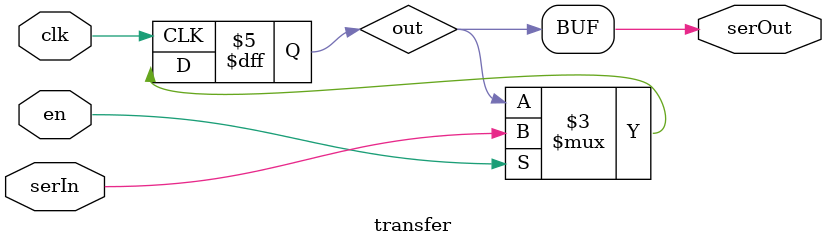
<source format=v>
`timescale 1ns/1ns
module transfer(input clk, en, serIn, output serOut);
	 reg out;
    always @(posedge clk) begin
        if (en) begin
            out = serIn;
        end
    end
	 assign serOut = out;
endmodule
</source>
